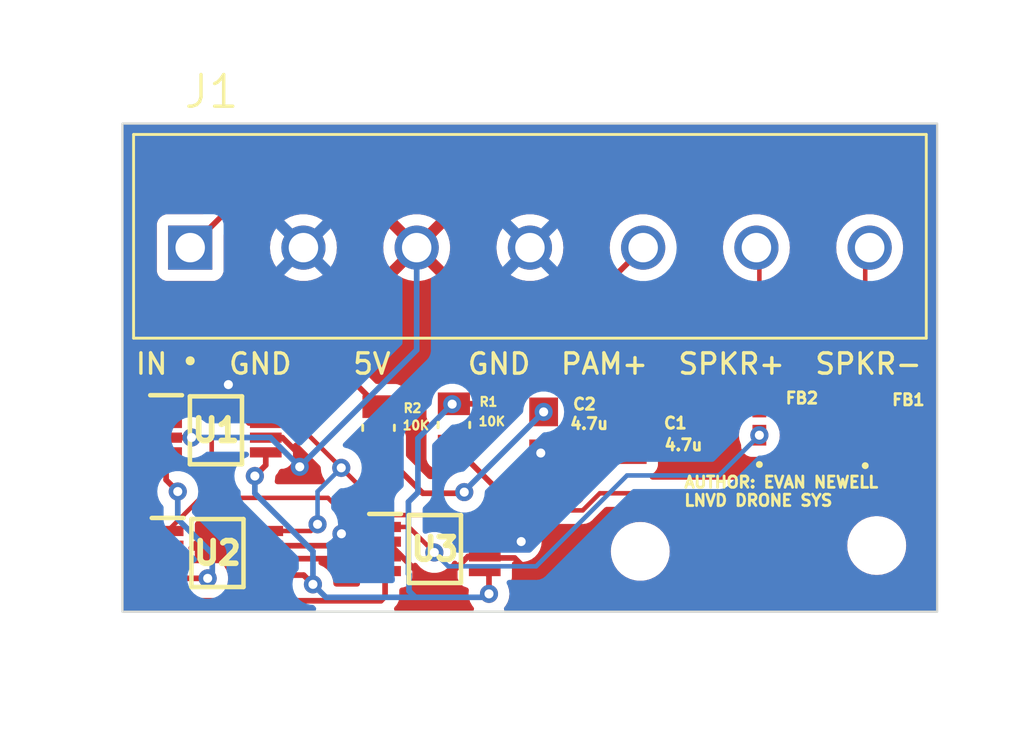
<source format=kicad_pcb>
(kicad_pcb (version 20221018) (generator pcbnew)
  (layers (0 "F.Cu" signal) (31 "B.Cu" signal) (34 "B.Paste" user) (35 "F.Paste" user) (36 "B.SilkS" user "B.Silkscreen") (37 "F.SilkS" user "F.Silkscreen") (38 "B.Mask" user) (39 "F.Mask" user) (44 "Edge.Cuts" user))
  (net 0 "")
  (net 1 "/SNGL_IN")
  (net 2 "Net-(C1-Pad2)")
  (net 3 "GND")
  (net 4 "Net-(C2-Pad2)")
  (net 5 "/PAM_O-")
  (net 6 "/SPEAKER-")
  (net 7 "/PAM_O+")
  (net 8 "/SPEAKER+")
  (net 9 "/5V")
  (net 10 "/PAM_POS")
  (net 11 "/PAM_NEG")
  (footprint "MountingHole:MountingHole_2.1mm" (layer "F.Cu") (at 147.6756 98.4504)
    (fp_text reference "H2" hide)
    (fp_text value "MountingHole" hide)
    (pad "" np_thru_hole circle (at 0 0) (size 2.1 2.1) (drill 2.1) (layers "*.Cu" "*.Mask"))
  )
  (footprint "Footprints:SOP65P490X110-8N" (layer "F.Cu") (at 138.6078 98.3488)
    (fp_text reference "U3" (at 0 0) (layer "F.SilkS") (effects (font (thickness 0.25))))
    (fp_text value "PAM8304" hide)
    (fp_line (start -2.9 -1.55) (end -1.5 -1.55) (stroke (width 0.2)) (layer "F.SilkS"))
    (fp_line (start -1.15 -1.5) (end 1.15 -1.5) (stroke (width 0.2)) (layer "F.SilkS"))
    (fp_line (start -1.15 1.5) (end -1.15 -1.5) (stroke (width 0.2)) (layer "F.SilkS"))
    (fp_line (start 1.15 -1.5) (end 1.15 1.5) (stroke (width 0.2)) (layer "F.SilkS"))
    (fp_line (start 1.15 1.5) (end -1.15 1.5) (stroke (width 0.2)) (layer "F.SilkS"))
    (pad "1" smd rect (at -2.2 -0.975 90) (size 0.45 1.4) (layers "F.Cu" "F.Paste" "F.Mask") (net 7 "/PAM_O+"))
    (pad "2" smd rect (at -2.2 -0.325 90) (size 0.45 1.4) (layers "F.Cu" "F.Paste" "F.Mask") (net 9 "/5V"))
    (pad "3" smd rect (at -2.2 0.325 90) (size 0.45 1.4) (layers "F.Cu" "F.Paste" "F.Mask") (net 9 "/5V"))
    (pad "4" smd rect (at -2.2 0.975 90) (size 0.45 1.4) (layers "F.Cu" "F.Paste" "F.Mask") (net 11 "/PAM_NEG"))
    (pad "5" smd rect (at 2.2 0.975 90) (size 0.45 1.4) (layers "F.Cu" "F.Paste" "F.Mask") (net 10 "/PAM_POS"))
    (pad "6" smd rect (at 2.2 0.325 90) (size 0.45 1.4) (layers "F.Cu" "F.Paste" "F.Mask") (net 9 "/5V"))
    (pad "7" smd rect (at 2.2 -0.325 90) (size 0.45 1.4) (layers "F.Cu" "F.Paste" "F.Mask") (net 3 "GND"))
    (pad "8" smd rect (at 2.2 -0.975 90) (size 0.45 1.4) (layers "F.Cu" "F.Paste" "F.Mask") (net 5 "/PAM_O-"))
  )
  (footprint "Footprints:SOP65P490X110-8N" (layer "F.Cu") (at 128.9396 93.1032)
    (fp_text reference "U1" (at 0 0) (layer "F.SilkS") (effects (font (thickness 0.25))))
    (fp_text value "PAM8304" hide)
    (fp_line (start -2.9 -1.55) (end -1.5 -1.55) (stroke (width 0.2)) (layer "F.SilkS"))
    (fp_line (start -1.15 -1.5) (end 1.15 -1.5) (stroke (width 0.2)) (layer "F.SilkS"))
    (fp_line (start -1.15 1.5) (end -1.15 -1.5) (stroke (width 0.2)) (layer "F.SilkS"))
    (fp_line (start 1.15 -1.5) (end 1.15 1.5) (stroke (width 0.2)) (layer "F.SilkS"))
    (fp_line (start 1.15 1.5) (end -1.15 1.5) (stroke (width 0.2)) (layer "F.SilkS"))
    (pad "1" smd rect (at -2.2 -0.975 90) (size 0.45 1.4) (layers "F.Cu" "F.Paste" "F.Mask") (net 7 "/PAM_O+"))
    (pad "2" smd rect (at -2.2 -0.325 90) (size 0.45 1.4) (layers "F.Cu" "F.Paste" "F.Mask") (net 9 "/5V"))
    (pad "3" smd rect (at -2.2 0.325 90) (size 0.45 1.4) (layers "F.Cu" "F.Paste" "F.Mask") (net 9 "/5V"))
    (pad "4" smd rect (at -2.2 0.975 90) (size 0.45 1.4) (layers "F.Cu" "F.Paste" "F.Mask") (net 11 "/PAM_NEG"))
    (pad "5" smd rect (at 2.2 0.975 90) (size 0.45 1.4) (layers "F.Cu" "F.Paste" "F.Mask") (net 10 "/PAM_POS"))
    (pad "6" smd rect (at 2.2 0.325 90) (size 0.45 1.4) (layers "F.Cu" "F.Paste" "F.Mask") (net 9 "/5V"))
    (pad "7" smd rect (at 2.2 -0.325 90) (size 0.45 1.4) (layers "F.Cu" "F.Paste" "F.Mask") (net 3 "GND"))
    (pad "8" smd rect (at 2.2 -0.975 90) (size 0.45 1.4) (layers "F.Cu" "F.Paste" "F.Mask") (net 5 "/PAM_O-"))
  )
  (footprint "Footprints:SOP65P490X110-8N" (layer "F.Cu") (at 129.0066 98.5266)
    (fp_text reference "U2" (at 0 0) (layer "F.SilkS") (effects (font (thickness 0.25))))
    (fp_text value "PAM8304" hide)
    (fp_line (start -2.9 -1.55) (end -1.5 -1.55) (stroke (width 0.2)) (layer "F.SilkS"))
    (fp_line (start -1.15 -1.5) (end 1.15 -1.5) (stroke (width 0.2)) (layer "F.SilkS"))
    (fp_line (start -1.15 1.5) (end -1.15 -1.5) (stroke (width 0.2)) (layer "F.SilkS"))
    (fp_line (start 1.15 -1.5) (end 1.15 1.5) (stroke (width 0.2)) (layer "F.SilkS"))
    (fp_line (start 1.15 1.5) (end -1.15 1.5) (stroke (width 0.2)) (layer "F.SilkS"))
    (pad "1" smd rect (at -2.2 -0.975 90) (size 0.45 1.4) (layers "F.Cu" "F.Paste" "F.Mask") (net 7 "/PAM_O+"))
    (pad "2" smd rect (at -2.2 -0.325 90) (size 0.45 1.4) (layers "F.Cu" "F.Paste" "F.Mask") (net 9 "/5V"))
    (pad "3" smd rect (at -2.2 0.325 90) (size 0.45 1.4) (layers "F.Cu" "F.Paste" "F.Mask") (net 9 "/5V"))
    (pad "4" smd rect (at -2.2 0.975 90) (size 0.45 1.4) (layers "F.Cu" "F.Paste" "F.Mask") (net 11 "/PAM_NEG"))
    (pad "5" smd rect (at 2.2 0.975 90) (size 0.45 1.4) (layers "F.Cu" "F.Paste" "F.Mask") (net 10 "/PAM_POS"))
    (pad "6" smd rect (at 2.2 0.325 90) (size 0.45 1.4) (layers "F.Cu" "F.Paste" "F.Mask") (net 9 "/5V"))
    (pad "7" smd rect (at 2.2 -0.325 90) (size 0.45 1.4) (layers "F.Cu" "F.Paste" "F.Mask") (net 3 "GND"))
    (pad "8" smd rect (at 2.2 -0.975 90) (size 0.45 1.4) (layers "F.Cu" "F.Paste" "F.Mask") (net 5 "/PAM_O-"))
  )
  (footprint "Footprints:IND_BLM15_0402_MUR-M" (layer "F.Cu") (at 157.607 92.7481 90)
    (fp_text reference "FB1" (at 0.9906 1.905 unlocked) (layer "F.SilkS") (effects (font (size 0.5 0.5) (thickness 0.125))))
    (fp_text value "FerriteBead" hide)
    (fp_circle (center -1.9177 0) (end -1.8415 0) (stroke (width 0.1524)) (fill none) (layer "F.SilkS"))
    (pad "1" smd rect (at -0.6223 0 90) (size 0.9144 0.6096) (layers "F.Cu" "F.Paste" "F.Mask") (net 5 "/PAM_O-"))
    (pad "2" smd rect (at 0.6223 0 90) (size 0.9144 0.6096) (layers "F.Cu" "F.Paste" "F.Mask") (net 6 "/SPEAKER-"))
    (zone (net 0) (net_name "") (layer "F.Cu") (connect_pads (clearance 0)) (min_thickness 0.254)
      (keepout (tracks not_allowed) (vias not_allowed) (pads allowed) (copperpour not_allowed) (footprints allowed))
      (fill (thermal_gap 0.508) (thermal_bridge_width 0.508))
      (polygon (pts (xy 157.3784 92.8624) (xy 157.3784 92.6338) (xy 157.8356 92.6338) (xy 157.8356 92.8624)))
    )
  )
  (footprint "Footprints:CUI_TB001-500-07BE" (layer "F.Cu") (at 127.803 85.0324)
    (fp_text reference "J1" (at 0.945 -6.889) (layer "F.SilkS") (effects (font (size 1.4 1.4))))
    (fp_text value "IN    GND    5V     GND  PAM+  SPKR+  SPKR-" (at 14.945 5.1376) (layer "F.SilkS") (effects (font (size 0.9 0.9))))
    (fp_line (start -2.5 -5) (end 32.5 -5) (stroke (width 0.127)) (layer "F.SilkS"))
    (fp_line (start -2.5 4) (end -2.5 -5) (stroke (width 0.127)) (layer "F.SilkS"))
    (fp_line (start 32.5 -5) (end 32.5 4) (stroke (width 0.127)) (layer "F.SilkS"))
    (fp_line (start 32.5 4) (end -2.5 4) (stroke (width 0.127)) (layer "F.SilkS"))
    (fp_circle (center 0 5) (end 0.1 5) (stroke (width 0.2)) (fill none) (layer "F.SilkS"))
    (pad "1" thru_hole rect (at 0 0) (size 1.95 1.95) (drill 1.3) (layers "*.Cu" "*.Mask") (net 1 "/SNGL_IN"))
    (pad "2" thru_hole circle (at 5 0) (size 1.95 1.95) (drill 1.3) (layers "*.Cu" "*.Mask") (net 3 "GND"))
    (pad "3" thru_hole circle (at 10 0) (size 1.95 1.95) (drill 1.3) (layers "*.Cu" "*.Mask") (net 9 "/5V"))
    (pad "4" thru_hole circle (at 15 0) (size 1.95 1.95) (drill 1.3) (layers "*.Cu" "*.Mask") (net 3 "GND"))
    (pad "5" thru_hole circle (at 20 0) (size 1.95 1.95) (drill 1.3) (layers "*.Cu" "*.Mask") (net 10 "/PAM_POS"))
    (pad "6" thru_hole circle (at 25 0) (size 1.95 1.95) (drill 1.3) (layers "*.Cu" "*.Mask") (net 8 "/SPEAKER+"))
    (pad "7" thru_hole circle (at 30 0) (size 1.95 1.95) (drill 1.3) (layers "*.Cu" "*.Mask") (net 6 "/SPEAKER-"))
  )
  (footprint "MountingHole:MountingHole_2.1mm" (layer "F.Cu") (at 158.115 98.1964)
    (fp_text reference "H1" hide)
    (fp_text value "MountingHole" hide)
    (pad "" np_thru_hole circle (at 0 0) (size 2.1 2.1) (drill 2.1) (layers "*.Cu" "*.Mask"))
  )
  (footprint "Footprints:IND_BLM15_0402_MUR-M" (layer "F.Cu") (at 152.9334 92.6973 90)
    (fp_text reference "FB2" (at 1.016 1.8796 unlocked) (layer "F.SilkS") (effects (font (size 0.5 0.5) (thickness 0.125))))
    (fp_text value "FerriteBead" hide)
    (fp_circle (center -1.9177 0) (end -1.8415 0) (stroke (width 0.1524)) (fill none) (layer "F.SilkS"))
    (pad "1" smd rect (at -0.6223 0 90) (size 0.9144 0.6096) (layers "F.Cu" "F.Paste" "F.Mask") (net 7 "/PAM_O+"))
    (pad "2" smd rect (at 0.6223 0 90) (size 0.9144 0.6096) (layers "F.Cu" "F.Paste" "F.Mask") (net 8 "/SPEAKER+"))
    (zone (net 0) (net_name "") (layer "F.Cu") (connect_pads (clearance 0)) (min_thickness 0.254)
      (keepout (tracks not_allowed) (vias not_allowed) (pads allowed) (copperpour not_allowed) (footprints allowed))
      (fill (thermal_gap 0.508) (thermal_bridge_width 0.508))
      (polygon (pts (xy 152.7048 92.8116) (xy 152.7048 92.583) (xy 153.162 92.583) (xy 153.162 92.8116)))
    )
  )
  (footprint "Footprints:RESC2012X60N" (layer "F.Cu") (at 136.1186 92.9942 90)
    (fp_text reference "R2" (at 0.8684 1.4986 180) (layer "F.SilkS") (effects (font (size 0.393701 0.393701))))
    (fp_text value "10K" (at 0.1064 1.651 180) (layer "F.SilkS") (effects (font (size 0.393701 0.393701) (thickness 0.098425))))
    (fp_line (start -0.12 -0.7) (end 0.12 -0.7) (stroke (width 0.127)) (layer "F.SilkS"))
    (fp_line (start -0.12 0.7) (end 0.12 0.7) (stroke (width 0.127)) (layer "F.SilkS"))
    (pad "1" smd rect (at -0.935 0 90) (size 1 1.42) (layers "F.Cu" "F.Paste" "F.Mask") (net 4 "Net-(C2-Pad2)"))
    (pad "2" smd rect (at 0.935 0 90) (size 1 1.42) (layers "F.Cu" "F.Paste" "F.Mask") (net 11 "/PAM_NEG"))
  )
  (footprint "Footprints:Cap0805" (layer "F.Cu") (at 147.32 93.0275 90)
    (fp_text reference "C1" (at 0.2413 1.905 unlocked) (layer "F.SilkS") (effects (font (size 0.5 0.5) (thickness 0.125))))
    (fp_text value "4.7u" (at -0.7239 2.2606 unlocked) (layer "F.SilkS") (effects (font (size 0.5 0.5) (thickness 0.125))))
    (pad "1" smd rect (at -0.9271 0 90) (size 1.27 1.27) (layers "F.Cu" "F.Paste" "F.Mask") (net 1 "/SNGL_IN"))
    (pad "2" smd rect (at 0.9271 0 90) (size 1.27 1.27) (layers "F.Cu" "F.Paste" "F.Mask") (net 2 "Net-(C1-Pad2)"))
    (zone (net 0) (net_name "") (layer "F.Cu") (connect_pads (clearance 0)) (min_thickness 0.254)
      (keepout (tracks not_allowed) (vias not_allowed) (pads allowed) (copperpour not_allowed) (footprints allowed))
      (fill (thermal_gap 0.508) (thermal_bridge_width 0.508))
      (polygon (pts (xy 146.7612 93.2688) (xy 146.7612 92.7862) (xy 147.8788 92.7862) (xy 147.8788 93.2688)))
    )
  )
  (footprint "Footprints:Cap0805" (layer "F.Cu") (at 143.4084 93.218 90)
    (fp_text reference "C2" (at 1.27 1.8034 unlocked) (layer "F.SilkS") (effects (font (size 0.5 0.5) (thickness 0.125))))
    (fp_text value "4.7u" (at 0.4064 2.0066 unlocked) (layer "F.SilkS") (effects (font (size 0.5 0.5) (thickness 0.125))))
    (pad "1" smd rect (at -0.9271 0 90) (size 1.27 1.27) (layers "F.Cu" "F.Paste" "F.Mask") (net 3 "GND"))
    (pad "2" smd rect (at 0.9271 0 90) (size 1.27 1.27) (layers "F.Cu" "F.Paste" "F.Mask") (net 4 "Net-(C2-Pad2)"))
    (zone (net 0) (net_name "") (layer "F.Cu") (connect_pads (clearance 0)) (min_thickness 0.254)
      (keepout (tracks not_allowed) (vias not_allowed) (pads allowed) (copperpour not_allowed) (footprints allowed))
      (fill (thermal_gap 0.508) (thermal_bridge_width 0.508))
      (polygon (pts (xy 142.8496 93.4593) (xy 142.8496 92.9767) (xy 143.9672 92.9767) (xy 143.9672 93.4593)))
    )
  )
  (footprint "Footprints:RESC2012X60N" (layer "F.Cu") (at 139.446 92.8672 90)
    (fp_text reference "R1" (at 1.0208 1.524 180) (layer "F.SilkS") (effects (font (size 0.393701 0.393701))))
    (fp_text value "10K" (at 0.1572 1.6764 180) (layer "F.SilkS") (effects (font (size 0.393701 0.393701) (thickness 0.098425))))
    (fp_line (start -0.12 -0.7) (end 0.12 -0.7) (stroke (width 0.127)) (layer "F.SilkS"))
    (fp_line (start -0.12 0.7) (end 0.12 0.7) (stroke (width 0.127)) (layer "F.SilkS"))
    (pad "1" smd rect (at -0.935 0 90) (size 1 1.42) (layers "F.Cu" "F.Paste" "F.Mask") (net 2 "Net-(C1-Pad2)"))
    (pad "2" smd rect (at 0.935 0 90) (size 1 1.42) (layers "F.Cu" "F.Paste" "F.Mask") (net 10 "/PAM_POS"))
  )
  (gr_rect (start 124.8156 79.5528) (end 160.782 101.1174) (stroke (width 0.1)) (fill none) (layer "Edge.Cuts"))
  (gr_text "AUTHOR: EVAN NEWELL\nLNVD DRONE SYS" (at 149.5552 96.4946) (layer "F.SilkS") (effects (font (size 0.5 0.5) (thickness 0.125)) (justify left bottom)))
  (segment (start 147.32 93.9546) (end 147.955 93.9546) (width 0.25) (layer "F.Cu") (net 1))
  (segment (start 147.955 93.9546) (end 150.1394 91.7702) (width 0.25) (layer "F.Cu") (net 1))
  (segment (start 150.1394 81.6102) (end 131.2252 81.6102) (width 0.25) (layer "F.Cu") (net 1))
  (segment (start 150.1394 91.7702) (end 150.1394 81.6102) (width 0.25) (layer "F.Cu") (net 1))
  (segment (start 131.2252 81.6102) (end 127.803 85.0324) (width 0.25) (layer "F.Cu") (net 1))
  (segment (start 144.9578 96.2152) (end 145.034 96.139) (width 0.25) (layer "F.Cu") (net 2))
  (segment (start 145.034 96.139) (end 145.034 93.7514) (width 0.25) (layer "F.Cu") (net 2))
  (segment (start 141.859 96.2152) (end 144.9578 96.2152) (width 0.25) (layer "F.Cu") (net 2))
  (segment (start 145.034 93.7514) (end 146.685 92.1004) (width 0.25) (layer "F.Cu") (net 2))
  (segment (start 139.446 93.8022) (end 141.859 96.2152) (width 0.25) (layer "F.Cu") (net 2))
  (segment (start 146.685 92.1004) (end 147.32 92.1004) (width 0.25) (layer "F.Cu") (net 2))
  (segment (start 131.1396 92.7782) (end 130.40498 92.7782) (width 0.25) (layer "F.Cu") (net 3))
  (segment (start 129.4892 91.86242) (end 129.4892 91.0844) (width 0.25) (layer "F.Cu") (net 3))
  (segment (start 142.4126 98.0238) (end 142.4178 98.0186) (width 0.25) (layer "F.Cu") (net 3))
  (segment (start 130.40498 92.7782) (end 129.4892 91.86242) (width 0.25) (layer "F.Cu") (net 3))
  (segment (start 134.480978 97.675022) (end 133.9544 98.2016) (width 0.25) (layer "F.Cu") (net 3))
  (segment (start 133.9544 98.2016) (end 131.2066 98.2016) (width 0.25) (layer "F.Cu") (net 3))
  (segment (start 140.8078 98.0238) (end 142.4126 98.0238) (width 0.25) (layer "F.Cu") (net 3))
  (via (at 134.480978 97.675022) (size 0.8) (drill 0.4) (layers "F.Cu" "B.Cu") (net 3))
  (via (at 142.4178 98.0186) (size 0.8) (drill 0.4) (layers "F.Cu" "B.Cu") (net 3))
  (via (at 143.2814 94.107) (size 0.8) (drill 0.4) (layers "F.Cu" "B.Cu") (net 3))
  (via (at 129.4892 91.0844) (size 0.8) (drill 0.4) (layers "F.Cu" "B.Cu") (net 3))
  (segment (start 139.8524 95.885) (end 139.9032 95.8342) (width 0.25) (layer "F.Cu") (net 4))
  (segment (start 136.1186 93.9292) (end 138.0744 95.885) (width 0.25) (layer "F.Cu") (net 4))
  (segment (start 138.0744 95.885) (end 139.8524 95.885) (width 0.25) (layer "F.Cu") (net 4))
  (via (at 143.4084 92.2909) (size 0.8) (drill 0.4) (layers "F.Cu" "B.Cu") (net 4))
  (via (at 139.9032 95.8342) (size 0.8) (drill 0.4) (layers "F.Cu" "B.Cu") (net 4))
  (segment (start 139.9032 95.7961) (end 143.4084 92.2909) (width 0.25) (layer "B.Cu") (net 4))
  (segment (start 139.9032 95.8342) (end 139.9032 95.7961) (width 0.25) (layer "B.Cu") (net 4))
  (segment (start 145.13384 96.6402) (end 145.88904 95.885) (width 0.2) (layer "F.Cu") (net 5))
  (segment (start 141.68296 96.6402) (end 145.13384 96.6402) (width 0.2) (layer "F.Cu") (net 5))
  (segment (start 140.8078 97.3738) (end 141.61218 96.56942) (width 0.2) (layer "F.Cu") (net 5))
  (segment (start 136.559464 96.8488) (end 140.2828 96.8488) (width 0.2) (layer "F.Cu") (net 5))
  (segment (start 131.838864 92.1282) (end 134.472832 94.762168) (width 0.2) (layer "F.Cu") (net 5))
  (segment (start 140.2828 96.8488) (end 140.8078 97.3738) (width 0.2) (layer "F.Cu") (net 5))
  (segment (start 133.1312 97.5516) (end 133.4262 97.2566) (width 0.2) (layer "F.Cu") (net 5))
  (segment (start 152.654 95.885) (end 155.1686 93.3704) (width 0.2) (layer "F.Cu") (net 5))
  (segment (start 134.472832 94.762168) (end 136.559464 96.8488) (width 0.2) (layer "F.Cu") (net 5))
  (segment (start 141.61218 96.56942) (end 141.68296 96.6402) (width 0.2) (layer "F.Cu") (net 5))
  (segment (start 155.1686 93.3704) (end 157.607 93.3704) (width 0.2) (layer "F.Cu") (net 5))
  (segment (start 145.88904 95.885) (end 152.654 95.885) (width 0.2) (layer "F.Cu") (net 5))
  (segment (start 131.2066 97.5516) (end 133.1312 97.5516) (width 0.2) (layer "F.Cu") (net 5))
  (segment (start 131.1396 92.1282) (end 131.838864 92.1282) (width 0.2) (layer "F.Cu") (net 5))
  (via (at 133.4262 97.2566) (size 0.8) (drill 0.4) (layers "F.Cu" "B.Cu") (net 5))
  (via (at 134.472832 94.762168) (size 0.8) (drill 0.4) (layers "F.Cu" "B.Cu") (net 5))
  (segment (start 133.4262 97.2566) (end 133.4262 95.8088) (width 0.2) (layer "B.Cu") (net 5))
  (segment (start 133.4262 95.8088) (end 134.472832 94.762168) (width 0.2) (layer "B.Cu") (net 5))
  (segment (start 157.607 85.2284) (end 157.803 85.0324) (width 0.2) (layer "F.Cu") (net 6))
  (segment (start 157.607 92.1258) (end 157.607 85.2284) (width 0.2) (layer "F.Cu") (net 6))
  (segment (start 128.7526 96.0882) (end 133.8834 96.0882) (width 0.2) (layer "F.Cu") (net 7))
  (segment (start 128.27 96.0882) (end 128.7526 96.0882) (width 0.2) (layer "F.Cu") (net 7))
  (segment (start 137.455 97.3738) (end 138.5824 98.5012) (width 0.2) (layer "F.Cu") (net 7))
  (segment (start 126.7396 92.1282) (end 128.9534 92.1282) (width 0.2) (layer "F.Cu") (net 7))
  (segment (start 133.8834 96.0882) (end 135.169 97.3738) (width 0.2) (layer "F.Cu") (net 7))
  (segment (start 135.169 97.3738) (end 136.4078 97.3738) (width 0.2) (layer "F.Cu") (net 7))
  (segment (start 128.7526 92.329) (end 128.7526 96.0882) (width 0.2) (layer "F.Cu") (net 7))
  (segment (start 126.8066 97.5516) (end 128.27 96.0882) (width 0.2) (layer "F.Cu") (net 7))
  (segment (start 128.9534 92.1282) (end 128.7526 92.329) (width 0.2) (layer "F.Cu") (net 7))
  (segment (start 136.4078 97.3738) (end 137.455 97.3738) (width 0.2) (layer "F.Cu") (net 7))
  (via (at 152.9334 93.3196) (size 0.8) (drill 0.4) (layers "F.Cu" "B.Cu") (net 7))
  (via (at 138.5824 98.5012) (size 0.8) (drill 0.4) (layers "F.Cu" "B.Cu") (net 7))
  (segment (start 138.5824 98.5012) (end 139.192 99.1108) (width 0.2) (layer "B.Cu") (net 7))
  (segment (start 151.1554 95.0976) (end 152.9334 93.3196) (width 0.2) (layer "B.Cu") (net 7))
  (segment (start 147.0914 95.0976) (end 151.1554 95.0976) (width 0.2) (layer "B.Cu") (net 7))
  (segment (start 143.0782 99.1108) (end 147.0914 95.0976) (width 0.2) (layer "B.Cu") (net 7))
  (segment (start 139.192 99.1108) (end 143.0782 99.1108) (width 0.2) (layer "B.Cu") (net 7))
  (segment (start 152.9334 92.075) (end 152.9334 85.1628) (width 0.2) (layer "F.Cu") (net 8))
  (segment (start 152.9334 85.1628) (end 152.803 85.0324) (width 0.2) (layer "F.Cu") (net 8))
  (segment (start 140.8078 98.6738) (end 140.8776 98.7436) (width 0.25) (layer "F.Cu") (net 9))
  (segment (start 126.7396 93.4282) (end 127.8566 93.4282) (width 0.25) (layer "F.Cu") (net 9))
  (segment (start 131.87422 93.4282) (end 132.6388 94.19278) (width 0.25) (layer "F.Cu") (net 9))
  (segment (start 131.1396 93.4282) (end 131.87422 93.4282) (width 0.25) (layer "F.Cu") (net 9))
  (segment (start 139.17898 99.568) (end 140.07318 98.6738) (width 0.25) (layer "F.Cu") (net 9))
  (segment (start 127.8566 93.4282) (end 127.8636 93.4212) (width 0.25) (layer "F.Cu") (net 9))
  (segment (start 136.4078 98.0238) (end 136.49242 98.0238) (width 0.25) (layer "F.Cu") (net 9))
  (segment (start 138.03662 99.568) (end 139.17898 99.568) (width 0.25) (layer "F.Cu") (net 9))
  (segment (start 142.1268 98.7436) (end 143.6624 100.2792) (width 0.25) (layer "F.Cu") (net 9))
  (segment (start 131.2844 98.7738) (end 136.3078 98.7738) (width 0.25) (layer "F.Cu") (net 9))
  (segment (start 143.6624 100.2792) (end 143.6624 100.6094) (width 0.25) (layer "F.Cu") (net 9))
  (segment (start 136.3078 98.7738) (end 136.4078 98.6738) (width 0.25) (layer "F.Cu") (net 9))
  (segment (start 132.6388 94.19278) (end 132.6388 94.7166) (width 0.25) (layer "F.Cu") (net 9))
  (segment (start 131.2066 98.8516) (end 131.2844 98.7738) (width 0.25) (layer "F.Cu") (net 9))
  (segment (start 131.2066 98.8516) (end 126.8066 98.8516) (width 0.25) (layer "F.Cu") (net 9))
  (segment (start 136.49242 98.0238) (end 138.03662 99.568) (width 0.25) (layer "F.Cu") (net 9))
  (segment (start 140.8776 98.7436) (end 142.1268 98.7436) (width 0.25) (layer "F.Cu") (net 9))
  (segment (start 140.07318 98.6738) (end 140.8078 98.6738) (width 0.25) (layer "F.Cu") (net 9))
  (via (at 132.6388 94.7166) (size 0.8) (drill 0.4) (layers "F.Cu" "B.Cu") (net 9))
  (via (at 127.8636 93.4212) (size 0.8) (drill 0.4) (layers "F.Cu" "B.Cu") (net 9))
  (segment (start 132.6388 94.7166) (end 137.803 89.5524) (width 0.25) (layer "B.Cu") (net 9))
  (segment (start 137.803 89.5524) (end 137.803 85.0324) (width 0.25) (layer "B.Cu") (net 9))
  (segment (start 131.3434 93.4212) (end 132.6388 94.7166) (width 0.25) (layer "B.Cu") (net 9))
  (segment (start 127.8636 93.4212) (end 131.3434 93.4212) (width 0.25) (layer "B.Cu") (net 9))
  (segment (start 140.9954 99.5114) (end 140.8078 99.3238) (width 0.25) (layer "F.Cu") (net 10))
  (segment (start 131.1396 94.0782) (end 131.1396 94.641) (width 0.25) (layer "F.Cu") (net 10))
  (segment (start 139.4302 91.9322) (end 139.3698 91.948) (width 0.25) (layer "F.Cu") (net 10))
  (segment (start 139.3698 91.948) (end 139.4618 91.9322) (width 0.25) (layer "F.Cu") (net 10))
  (segment (start 139.4618 91.9322) (end 140.9032 91.9322) (width 0.25) (layer "F.Cu") (net 10))
  (segment (start 140.9032 91.9322) (end 147.803 85.0324) (width 0.25) (layer "F.Cu") (net 10))
  (segment (start 132.8143 99.5016) (end 133.223 99.9103) (width 0.25) (layer "F.Cu") (net 10))
  (segment (start 140.9954 100.33) (end 140.9954 99.5114) (width 0.25) (layer "F.Cu") (net 10))
  (segment (start 139.446 91.9322) (end 139.4302 91.9322) (width 0.25) (layer "F.Cu") (net 10))
  (segment (start 131.1396 94.641) (end 130.6576 95.123) (width 0.25) (layer "F.Cu") (net 10))
  (segment (start 131.2066 99.5016) (end 132.8143 99.5016) (width 0.25) (layer "F.Cu") (net 10))
  (via (at 133.223 99.9103) (size 0.8) (drill 0.4) (layers "F.Cu" "B.Cu") (net 10))
  (via (at 140.9954 100.33) (size 0.8) (drill 0.4) (layers "F.Cu" "B.Cu") (net 10))
  (via (at 130.6576 95.123) (size 0.8) (drill 0.4) (layers "F.Cu" "B.Cu") (net 10))
  (via (at 139.3698 91.948) (size 0.8) (drill 0.4) (layers "F.Cu" "B.Cu") (net 10))
  (segment (start 137.4648 99.4664) (end 137.4648 100.203) (width 0.25) (layer "B.Cu") (net 10))
  (segment (start 133.7951 100.4824) (end 133.223 99.9103) (width 0.25) (layer "B.Cu") (net 10))
  (segment (start 130.6576 95.123) (end 130.6576 95.885) (width 0.25) (layer "B.Cu") (net 10))
  (segment (start 133.223 98.4504) (end 133.223 99.9103) (width 0.25) (layer "B.Cu") (net 10))
  (segment (start 137.4648 100.203) (end 137.7442 100.4824) (width 0.25) (layer "B.Cu") (net 10))
  (segment (start 137.4394 99.441) (end 137.4648 99.4664) (width 0.25) (layer "B.Cu") (net 10))
  (segment (start 137.8574 93.4604) (end 137.8574 95.848) (width 0.25) (layer "B.Cu") (net 10))
  (segment (start 137.7442 100.4824) (end 133.7951 100.4824) (width 0.25) (layer "B.Cu") (net 10))
  (segment (start 140.843 100.4824) (end 137.7442 100.4824) (width 0.25) (layer "B.Cu") (net 10))
  (segment (start 130.6576 95.885) (end 133.223 98.4504) (width 0.25) (layer "B.Cu") (net 10))
  (segment (start 137.4394 96.266) (end 137.4394 99.441) (width 0.25) (layer "B.Cu") (net 10))
  (segment (start 140.9954 100.33) (end 140.843 100.4824) (width 0.25) (layer "B.Cu") (net 10))
  (segment (start 139.3698 91.948) (end 137.8574 93.4604) (width 0.25) (layer "B.Cu") (net 10))
  (segment (start 137.8574 95.848) (end 137.4394 96.266) (width 0.25) (layer "B.Cu") (net 10))
  (segment (start 134.3152 88.011) (end 128.4478 88.011) (width 0.25) (layer "F.Cu") (net 11))
  (segment (start 134.3152 90.2558) (end 134.3152 88.011) (width 0.25) (layer "F.Cu") (net 11))
  (segment (start 126.9492 99.6442) (end 126.8066 99.5016) (width 0.25) (layer "F.Cu") (net 11))
  (segment (start 125.7588 94.0782) (end 126.7396 94.0782) (width 0.25) (layer "F.Cu") (net 11))
  (segment (start 126.8066 100.625) (end 126.8066 99.5016) (width 0.25) (layer "F.Cu") (net 11))
  (segment (start 126.7396 94.0782) (end 126.7396 95.2944) (width 0.25) (layer "F.Cu") (net 11))
  (segment (start 136.4078 100.4472) (end 136.2202 100.6348) (width 0.25) (layer "F.Cu") (net 11))
  (segment (start 126.7968 100.6348) (end 126.8066 100.625) (width 0.25) (layer "F.Cu") (net 11))
  (segment (start 136.1186 92.0592) (end 134.3152 90.2558) (width 0.25) (layer "F.Cu") (net 11))
  (segment (start 136.4078 99.3238) (end 136.4078 100.4472) (width 0.25) (layer "F.Cu") (net 11))
  (segment (start 126.7396 95.2944) (end 127.254 95.8088) (width 0.25) (layer "F.Cu") (net 11))
  (segment (start 128.5748 99.6442) (end 126.9492 99.6442) (width 0.25) (layer "F.Cu") (net 11))
  (segment (start 125.4506 91.0082) (end 125.4506 94.3864) (width 0.25) (layer "F.Cu") (net 11))
  (segment (start 136.2202 100.6348) (end 126.7968 100.6348) (width 0.25) (layer "F.Cu") (net 11))
  (segment (start 128.4478 88.011) (end 125.4506 91.0082) (width 0.25) (layer "F.Cu") (net 11))
  (segment (start 125.4506 94.3864) (end 125.7588 94.0782) (width 0.25) (layer "F.Cu") (net 11))
  (via (at 128.5748 99.6442) (size 0.8) (drill 0.4) (layers "F.Cu" "B.Cu") (net 11))
  (via (at 127.254 95.8088) (size 0.8) (drill 0.4) (layers "F.Cu" "B.Cu") (net 11))
  (segment (start 127.254 97.028) (end 128.778 98.552) (width 0.25) (layer "B.Cu") (net 11))
  (segment (start 128.778 99.441) (end 128.5748 99.6442) (width 0.25) (layer "B.Cu") (net 11))
  (segment (start 127.254 95.8088) (end 127.254 97.028) (width 0.25) (layer "B.Cu") (net 11))
  (segment (start 128.778 98.552) (end 128.778 99.441) (width 0.25) (layer "B.Cu") (net 11))
  (zone (net 9) (net_name "/5V") (layer "F.Cu") (connect_pads (clearance 0.5)) (min_thickness 0.25) (fill yes (thermal_gap 0.5) (thermal_bridge_width 0.5))
    (polygon (pts (xy 119.761 75.0824) (xy 164.6174 74.0918) (xy 162.9918 106.934) (xy 120.777 107.061) (xy 119.761 74.9554)))
  )
  (zone (net 3) (net_name "GND") (layer "B.Cu") (priority 1) (connect_pads (clearance 0.5)) (min_thickness 0.25) (fill yes (thermal_gap 0.5) (thermal_bridge_width 0.5))
    (polygon (pts (xy 119.4054 75.0824) (xy 164.4904 74.3458) (xy 162.8648 106.299) (xy 120.269 107.315) (xy 119.634 75.0824)))
  )
)
</source>
